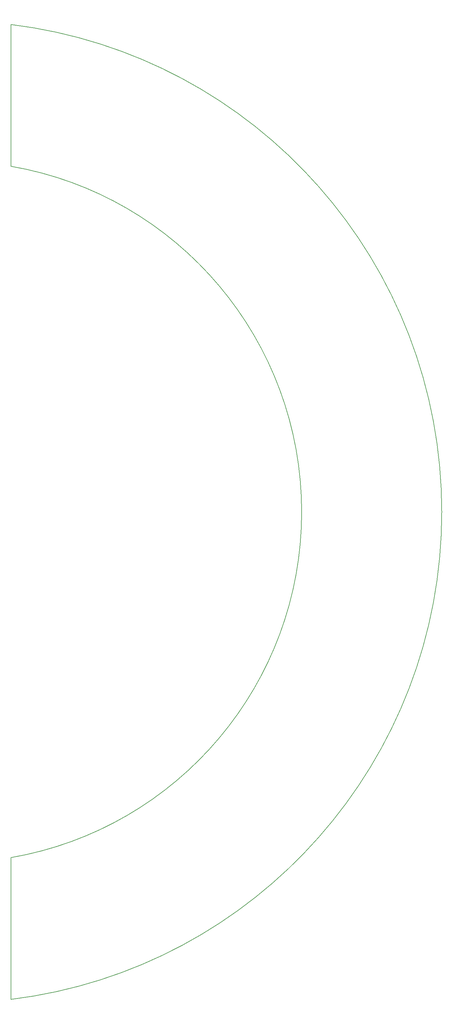
<source format=gm1>
G04 #@! TF.GenerationSoftware,KiCad,Pcbnew,7.0.1-3b83917a11~172~ubuntu20.04.1*
G04 #@! TF.CreationDate,2023-04-20T10:57:52+02:00*
G04 #@! TF.ProjectId,forcast,666f7263-6173-4742-9e6b-696361645f70,rev?*
G04 #@! TF.SameCoordinates,Original*
G04 #@! TF.FileFunction,Profile,NP*
%FSLAX46Y46*%
G04 Gerber Fmt 4.6, Leading zero omitted, Abs format (unit mm)*
G04 Created by KiCad (PCBNEW 7.0.1-3b83917a11~172~ubuntu20.04.1) date 2023-04-20 10:57:52*
%MOMM*%
%LPD*%
G01*
G04 APERTURE LIST*
G04 #@! TA.AperFunction,Profile*
%ADD10C,0.130000*%
G04 #@! TD*
G04 APERTURE END LIST*
D10*
X179905000Y-343529024D02*
X179905000Y-303109406D01*
X179905000Y-343529023D02*
G75*
G03*
X179905000Y-65600977I-17000000J138964023D01*
G01*
X179905000Y-106020594D02*
X179905000Y-65600976D01*
X179905000Y-303109405D02*
G75*
G03*
X179905000Y-106020595I-17000000J98544405D01*
G01*
M02*

</source>
